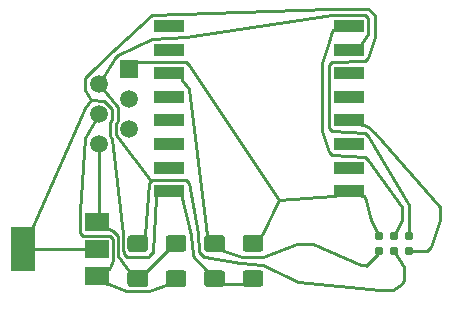
<source format=gbr>
%TF.GenerationSoftware,KiCad,Pcbnew,5.1.6-1*%
%TF.CreationDate,2020-10-25T22:15:29+01:00*%
%TF.ProjectId,meterkast,6d657465-726b-4617-9374-2e6b69636164,rev?*%
%TF.SameCoordinates,Original*%
%TF.FileFunction,Copper,L1,Top*%
%TF.FilePolarity,Positive*%
%FSLAX46Y46*%
G04 Gerber Fmt 4.6, Leading zero omitted, Abs format (unit mm)*
G04 Created by KiCad (PCBNEW 5.1.6-1) date 2020-10-25 22:15:29*
%MOMM*%
%LPD*%
G01*
G04 APERTURE LIST*
%TA.AperFunction,SMDPad,CuDef*%
%ADD10R,2.500000X1.000000*%
%TD*%
%TA.AperFunction,ConnectorPad*%
%ADD11C,0.787400*%
%TD*%
%TA.AperFunction,ComponentPad*%
%ADD12R,1.520000X1.520000*%
%TD*%
%TA.AperFunction,ComponentPad*%
%ADD13C,1.520000*%
%TD*%
%TA.AperFunction,SMDPad,CuDef*%
%ADD14R,2.000000X1.500000*%
%TD*%
%TA.AperFunction,SMDPad,CuDef*%
%ADD15R,2.000000X3.800000*%
%TD*%
%TA.AperFunction,Conductor*%
%ADD16C,0.250000*%
%TD*%
G04 APERTURE END LIST*
%TO.P,C2,2*%
%TO.N,GND*%
%TA.AperFunction,SMDPad,CuDef*%
G36*
G01*
X89875000Y-139775000D02*
X91125000Y-139775000D01*
G75*
G02*
X91375000Y-140025000I0J-250000D01*
G01*
X91375000Y-140950000D01*
G75*
G02*
X91125000Y-141200000I-250000J0D01*
G01*
X89875000Y-141200000D01*
G75*
G02*
X89625000Y-140950000I0J250000D01*
G01*
X89625000Y-140025000D01*
G75*
G02*
X89875000Y-139775000I250000J0D01*
G01*
G37*
%TD.AperFunction*%
%TO.P,C2,1*%
%TO.N,+5V*%
%TA.AperFunction,SMDPad,CuDef*%
G36*
G01*
X89875000Y-136800000D02*
X91125000Y-136800000D01*
G75*
G02*
X91375000Y-137050000I0J-250000D01*
G01*
X91375000Y-137975000D01*
G75*
G02*
X91125000Y-138225000I-250000J0D01*
G01*
X89875000Y-138225000D01*
G75*
G02*
X89625000Y-137975000I0J250000D01*
G01*
X89625000Y-137050000D01*
G75*
G02*
X89875000Y-136800000I250000J0D01*
G01*
G37*
%TD.AperFunction*%
%TD*%
%TO.P,R2,2*%
%TO.N,+3V3*%
%TA.AperFunction,SMDPad,CuDef*%
G36*
G01*
X93125000Y-139787000D02*
X94375000Y-139787000D01*
G75*
G02*
X94625000Y-140037000I0J-250000D01*
G01*
X94625000Y-140962000D01*
G75*
G02*
X94375000Y-141212000I-250000J0D01*
G01*
X93125000Y-141212000D01*
G75*
G02*
X92875000Y-140962000I0J250000D01*
G01*
X92875000Y-140037000D01*
G75*
G02*
X93125000Y-139787000I250000J0D01*
G01*
G37*
%TD.AperFunction*%
%TO.P,R2,1*%
%TO.N,Net-(J2-Pad6)*%
%TA.AperFunction,SMDPad,CuDef*%
G36*
G01*
X93125000Y-136812000D02*
X94375000Y-136812000D01*
G75*
G02*
X94625000Y-137062000I0J-250000D01*
G01*
X94625000Y-137987000D01*
G75*
G02*
X94375000Y-138237000I-250000J0D01*
G01*
X93125000Y-138237000D01*
G75*
G02*
X92875000Y-137987000I0J250000D01*
G01*
X92875000Y-137062000D01*
G75*
G02*
X93125000Y-136812000I250000J0D01*
G01*
G37*
%TD.AperFunction*%
%TD*%
%TO.P,R1,2*%
%TO.N,DATA*%
%TA.AperFunction,SMDPad,CuDef*%
G36*
G01*
X87875000Y-138237000D02*
X86625000Y-138237000D01*
G75*
G02*
X86375000Y-137987000I0J250000D01*
G01*
X86375000Y-137062000D01*
G75*
G02*
X86625000Y-136812000I250000J0D01*
G01*
X87875000Y-136812000D01*
G75*
G02*
X88125000Y-137062000I0J-250000D01*
G01*
X88125000Y-137987000D01*
G75*
G02*
X87875000Y-138237000I-250000J0D01*
G01*
G37*
%TD.AperFunction*%
%TO.P,R1,1*%
%TO.N,+5V*%
%TA.AperFunction,SMDPad,CuDef*%
G36*
G01*
X87875000Y-141212000D02*
X86625000Y-141212000D01*
G75*
G02*
X86375000Y-140962000I0J250000D01*
G01*
X86375000Y-140037000D01*
G75*
G02*
X86625000Y-139787000I250000J0D01*
G01*
X87875000Y-139787000D01*
G75*
G02*
X88125000Y-140037000I0J-250000D01*
G01*
X88125000Y-140962000D01*
G75*
G02*
X87875000Y-141212000I-250000J0D01*
G01*
G37*
%TD.AperFunction*%
%TD*%
D10*
%TO.P,U2,16*%
%TO.N,Net-(J2-Pad3)*%
X105100000Y-119100000D03*
%TO.P,U2,15*%
%TO.N,DATA*%
X105100000Y-121100000D03*
%TO.P,U2,14*%
%TO.N,Net-(U2-Pad14)*%
X105100000Y-123100000D03*
%TO.P,U2,13*%
%TO.N,Net-(U2-Pad13)*%
X105100000Y-125100000D03*
%TO.P,U2,12*%
%TO.N,Net-(J2-Pad2)*%
X105100000Y-127100000D03*
%TO.P,U2,11*%
%TO.N,Net-(U2-Pad11)*%
X105100000Y-129100000D03*
%TO.P,U2,10*%
%TO.N,Net-(U2-Pad10)*%
X105100000Y-131100000D03*
%TO.P,U2,9*%
%TO.N,GND*%
X105100000Y-133100000D03*
%TO.P,U2,8*%
%TO.N,+3V3*%
X89900000Y-133100000D03*
%TO.P,U2,7*%
%TO.N,Net-(U2-Pad7)*%
X89900000Y-131100000D03*
%TO.P,U2,6*%
%TO.N,Net-(U2-Pad6)*%
X89900000Y-129100000D03*
%TO.P,U2,5*%
%TO.N,Net-(U2-Pad5)*%
X89900000Y-127100000D03*
%TO.P,U2,4*%
%TO.N,Net-(U2-Pad4)*%
X89900000Y-125100000D03*
%TO.P,U2,3*%
%TO.N,Net-(J2-Pad6)*%
X89900000Y-123100000D03*
%TO.P,U2,2*%
%TO.N,Net-(U2-Pad2)*%
X89900000Y-121100000D03*
%TO.P,U2,1*%
%TO.N,Net-(U2-Pad1)*%
X89900000Y-119100000D03*
%TD*%
D11*
%TO.P,J2,6*%
%TO.N,Net-(J2-Pad6)*%
X107690000Y-138175000D03*
%TO.P,J2,5*%
%TO.N,GND*%
X107690000Y-136905000D03*
%TO.P,J2,4*%
%TO.N,DATA*%
X108960000Y-138175000D03*
%TO.P,J2,3*%
%TO.N,Net-(J2-Pad3)*%
X108960000Y-136905000D03*
%TO.P,J2,2*%
%TO.N,Net-(J2-Pad2)*%
X110230000Y-138175000D03*
%TO.P,J2,1*%
%TO.N,+3V3*%
X110230000Y-136905000D03*
%TD*%
D12*
%TO.P,J1,1*%
%TO.N,GND*%
X86500000Y-122750000D03*
D13*
%TO.P,J1,2*%
%TO.N,DATA*%
X83960000Y-124020000D03*
%TO.P,J1,3*%
%TO.N,Net-(J1-Pad3)*%
X86500000Y-125290000D03*
%TO.P,J1,4*%
%TO.N,GND*%
X83960000Y-126560000D03*
%TO.P,J1,5*%
%TO.N,+5V*%
X86500000Y-127830000D03*
%TO.P,J1,6*%
X83960000Y-129100000D03*
%TD*%
D14*
%TO.P,U1,1*%
%TO.N,GND*%
X83800000Y-140300000D03*
%TO.P,U1,3*%
%TO.N,+5V*%
X83800000Y-135700000D03*
%TO.P,U1,2*%
%TO.N,+3V3*%
X83800000Y-138000000D03*
D15*
X77500000Y-138000000D03*
%TD*%
%TO.P,C1,2*%
%TO.N,GND*%
%TA.AperFunction,SMDPad,CuDef*%
G36*
G01*
X97625000Y-138225000D02*
X96375000Y-138225000D01*
G75*
G02*
X96125000Y-137975000I0J250000D01*
G01*
X96125000Y-137050000D01*
G75*
G02*
X96375000Y-136800000I250000J0D01*
G01*
X97625000Y-136800000D01*
G75*
G02*
X97875000Y-137050000I0J-250000D01*
G01*
X97875000Y-137975000D01*
G75*
G02*
X97625000Y-138225000I-250000J0D01*
G01*
G37*
%TD.AperFunction*%
%TO.P,C1,1*%
%TO.N,+3V3*%
%TA.AperFunction,SMDPad,CuDef*%
G36*
G01*
X97625000Y-141200000D02*
X96375000Y-141200000D01*
G75*
G02*
X96125000Y-140950000I0J250000D01*
G01*
X96125000Y-140025000D01*
G75*
G02*
X96375000Y-139775000I250000J0D01*
G01*
X97625000Y-139775000D01*
G75*
G02*
X97875000Y-140025000I0J-250000D01*
G01*
X97875000Y-140950000D01*
G75*
G02*
X97625000Y-141200000I-250000J0D01*
G01*
G37*
%TD.AperFunction*%
%TD*%
D16*
%TO.N,GND*%
X83800000Y-140300000D02*
X84675000Y-140925000D01*
X84675000Y-140925000D02*
X84800000Y-140925000D01*
X84800000Y-140925000D02*
X84851800Y-140925000D01*
X84851800Y-140925000D02*
X86289600Y-141574500D01*
X86289600Y-141574500D02*
X86312600Y-141574600D01*
X86312600Y-141574600D02*
X86359300Y-141574700D01*
X86359300Y-141574700D02*
X87725100Y-141574800D01*
X87725100Y-141574800D02*
X88024900Y-141574800D01*
X88024900Y-141574800D02*
X88093500Y-141574800D01*
X88093500Y-141574800D02*
X88140600Y-141574700D01*
X88140600Y-141574700D02*
X88187400Y-141574600D01*
X88187400Y-141574600D02*
X88210400Y-141574500D01*
X88210400Y-141574500D02*
X89633500Y-141014700D01*
X89633500Y-141014700D02*
X90500000Y-140487500D01*
X107690000Y-136905000D02*
X107012000Y-135543900D01*
X107012000Y-135543900D02*
X106475000Y-133548200D01*
X106475000Y-133548200D02*
X106401800Y-133475000D01*
X106401800Y-133475000D02*
X106350000Y-133475000D01*
X106350000Y-133475000D02*
X106225000Y-133475000D01*
X106225000Y-133475000D02*
X105100000Y-133100000D01*
X99207600Y-133797600D02*
X91575100Y-122423900D01*
X91575100Y-122423900D02*
X91326100Y-122174900D01*
X91326100Y-122174900D02*
X87260000Y-122174900D01*
X87260000Y-122174900D02*
X87135000Y-122174900D01*
X87135000Y-122174900D02*
X86500000Y-122750000D01*
X83960000Y-126560000D02*
X82774900Y-128609100D01*
X82774900Y-128609100D02*
X82374900Y-134773900D01*
X82374900Y-134773900D02*
X82374900Y-136148900D01*
X82374900Y-136148900D02*
X82374900Y-136501100D01*
X82374900Y-136501100D02*
X82400000Y-136615700D01*
X82400000Y-136615700D02*
X82634300Y-136850000D01*
X82634300Y-136850000D02*
X83090700Y-136850000D01*
X83090700Y-136850000D02*
X84836500Y-136860000D01*
X84836500Y-136860000D02*
X84937100Y-136919000D01*
X84937100Y-136919000D02*
X85131000Y-137112900D01*
X85131000Y-137112900D02*
X85131000Y-138501900D01*
X85131000Y-138501900D02*
X85132000Y-138546700D01*
X85132000Y-138546700D02*
X85134800Y-138592400D01*
X85134800Y-138592400D02*
X85137100Y-138610400D01*
X85137100Y-138610400D02*
X85137100Y-138889600D01*
X85137100Y-138889600D02*
X84925000Y-139601800D01*
X84925000Y-139601800D02*
X84851800Y-139675000D01*
X84851800Y-139675000D02*
X84800000Y-139675000D01*
X84800000Y-139675000D02*
X84675000Y-139675000D01*
X84675000Y-139675000D02*
X83800000Y-140300000D01*
X97000000Y-137512500D02*
X97730600Y-136823400D01*
X97730600Y-136823400D02*
X99207600Y-133797600D01*
X105100000Y-133100000D02*
X103975000Y-133475000D01*
X103975000Y-133475000D02*
X103850000Y-133475000D01*
X103850000Y-133475000D02*
X103798200Y-133475000D01*
X103798200Y-133475000D02*
X99207600Y-133797600D01*
%TO.N,+3V3*%
X77500000Y-138000000D02*
X78375000Y-138000000D01*
X78375000Y-138000000D02*
X78500000Y-138000000D01*
X78500000Y-138000000D02*
X82800000Y-138000000D01*
X82800000Y-138000000D02*
X82925000Y-138000000D01*
X82925000Y-138000000D02*
X83800000Y-138000000D01*
X89900000Y-133100000D02*
X91025000Y-133475000D01*
X91025000Y-133475000D02*
X91025000Y-133600000D01*
X91025000Y-133600000D02*
X91025000Y-133651800D01*
X91025000Y-133651800D02*
X91797200Y-136830300D01*
X91797200Y-136830300D02*
X91801100Y-136873900D01*
X91801100Y-136873900D02*
X91898800Y-138390900D01*
X91898800Y-138390900D02*
X91900700Y-138412700D01*
X91900700Y-138412700D02*
X91902700Y-138434500D01*
X91902700Y-138434500D02*
X91908300Y-138455600D01*
X91908300Y-138455600D02*
X91914000Y-138476700D01*
X91914000Y-138476700D02*
X91923200Y-138496500D01*
X91923200Y-138496500D02*
X91932500Y-138516400D01*
X91932500Y-138516400D02*
X91945000Y-138534300D01*
X91945000Y-138534300D02*
X91957600Y-138552200D01*
X91957600Y-138552200D02*
X93060300Y-139792500D01*
X93060300Y-139792500D02*
X93060300Y-139795500D01*
X93060300Y-139795500D02*
X93750000Y-140499500D01*
X93750000Y-140499500D02*
X94624000Y-140983800D01*
X94624000Y-140983800D02*
X94635000Y-140983800D01*
X94635000Y-140983800D02*
X96125900Y-140971800D01*
X96125900Y-140971800D02*
X97000000Y-140487500D01*
X83313400Y-125402300D02*
X82774900Y-126069100D01*
X82774900Y-126069100D02*
X78375000Y-136048200D01*
X78375000Y-136048200D02*
X78375000Y-136100000D01*
X78375000Y-136100000D02*
X78375000Y-136225000D01*
X78375000Y-136225000D02*
X77500000Y-138000000D01*
X110230000Y-136905000D02*
X110187000Y-135543900D01*
X110187000Y-135543900D02*
X110187000Y-134228500D01*
X110187000Y-134228500D02*
X106775100Y-128423900D01*
X106775100Y-128423900D02*
X106526100Y-128174900D01*
X106526100Y-128174900D02*
X103673900Y-128025100D01*
X103673900Y-128025100D02*
X103424900Y-127776100D01*
X103424900Y-127776100D02*
X103424900Y-127423900D01*
X103424900Y-127423900D02*
X103424900Y-122423900D01*
X103424900Y-122423900D02*
X103673900Y-122174900D01*
X103673900Y-122174900D02*
X106526100Y-122025100D01*
X106526100Y-122025100D02*
X106775100Y-121776100D01*
X106775100Y-121776100D02*
X107325200Y-120003900D01*
X107325200Y-120003900D02*
X107325200Y-119196100D01*
X107325200Y-119196100D02*
X107325200Y-118196100D01*
X107325200Y-118196100D02*
X106753900Y-117624800D01*
X106753900Y-117624800D02*
X104253900Y-117624800D01*
X104253900Y-117624800D02*
X103446100Y-117624800D01*
X103446100Y-117624800D02*
X88473900Y-118174900D01*
X88473900Y-118174900D02*
X85336100Y-121014800D01*
X85336100Y-121014800D02*
X83469100Y-122834900D01*
X83469100Y-122834900D02*
X82774900Y-123529100D01*
X82774900Y-123529100D02*
X82774900Y-124510900D01*
X82774900Y-124510900D02*
X83313400Y-125402300D01*
X89900000Y-133100000D02*
X88775000Y-133475000D01*
X88775000Y-133475000D02*
X88775000Y-133600000D01*
X88775000Y-133600000D02*
X88775000Y-133651800D01*
X88775000Y-133651800D02*
X88551100Y-138163100D01*
X88551100Y-138163100D02*
X88547200Y-138206700D01*
X88547200Y-138206700D02*
X88535900Y-138248900D01*
X88535900Y-138248900D02*
X88517400Y-138288600D01*
X88517400Y-138288600D02*
X88492300Y-138324400D01*
X88492300Y-138324400D02*
X88243300Y-138573400D01*
X88243300Y-138573400D02*
X88212400Y-138604300D01*
X88212400Y-138604300D02*
X88176600Y-138629400D01*
X88176600Y-138629400D02*
X88136900Y-138647900D01*
X88136900Y-138647900D02*
X88094700Y-138659200D01*
X88094700Y-138659200D02*
X88051100Y-138663100D01*
X88051100Y-138663100D02*
X87698900Y-138663100D01*
X87698900Y-138663100D02*
X86448900Y-138663100D01*
X86448900Y-138663100D02*
X86405300Y-138659200D01*
X86405300Y-138659200D02*
X86363100Y-138647900D01*
X86363100Y-138647900D02*
X86343200Y-138638600D01*
X86343200Y-138638600D02*
X86094200Y-138389600D01*
X86094200Y-138389600D02*
X86087100Y-138375100D01*
X86087100Y-138375100D02*
X86054400Y-138211500D01*
X86054400Y-138211500D02*
X86050100Y-138189800D01*
X86050100Y-138189800D02*
X86045900Y-138168100D01*
X86045900Y-138168100D02*
X86044400Y-138146100D01*
X86044400Y-138146100D02*
X86043000Y-138124100D01*
X86043000Y-138124100D02*
X86043000Y-136735100D01*
X86043000Y-136735100D02*
X85068800Y-128640700D01*
X85068800Y-128640700D02*
X84964600Y-128534600D01*
X84964600Y-128534600D02*
X84917300Y-128420400D01*
X84917300Y-128420400D02*
X84917300Y-127239600D01*
X84917300Y-127239600D02*
X84964600Y-127125400D01*
X84964600Y-127125400D02*
X85068800Y-127019300D01*
X85068800Y-127019300D02*
X85068800Y-126100700D01*
X85068800Y-126100700D02*
X84419300Y-125451200D01*
X84419300Y-125451200D02*
X83313400Y-125402300D01*
%TO.N,+5V*%
X83960000Y-129100000D02*
X83960000Y-134950000D01*
X83960000Y-134950000D02*
X83960000Y-135075000D01*
X83960000Y-135075000D02*
X83800000Y-135700000D01*
X83800000Y-135700000D02*
X84675000Y-136325000D01*
X84675000Y-136325000D02*
X84800000Y-136325000D01*
X84800000Y-136325000D02*
X84851800Y-136325000D01*
X84851800Y-136325000D02*
X85027100Y-136399900D01*
X85027100Y-136399900D02*
X85126000Y-136463000D01*
X85126000Y-136463000D02*
X85587000Y-136924000D01*
X85587000Y-136924000D02*
X85587000Y-138313000D01*
X85587000Y-138313000D02*
X85587900Y-138335200D01*
X85587900Y-138335200D02*
X85588900Y-138357400D01*
X85588900Y-138357400D02*
X85591700Y-138379700D01*
X85591700Y-138379700D02*
X85594600Y-138401900D01*
X85594600Y-138401900D02*
X85599200Y-138419000D01*
X85599200Y-138419000D02*
X85615700Y-138587800D01*
X85615700Y-138587800D02*
X86477300Y-139827800D01*
X86477300Y-139827800D02*
X86481600Y-139832200D01*
X86481600Y-139832200D02*
X87250000Y-140499500D01*
X87250000Y-140499500D02*
X88051700Y-139860200D01*
X88051700Y-139860200D02*
X88058000Y-139853800D01*
X88058000Y-139853800D02*
X89691800Y-138158100D01*
X89691800Y-138158100D02*
X89698200Y-138151700D01*
X89698200Y-138151700D02*
X90500000Y-137512500D01*
%TO.N,DATA*%
X83960000Y-124020000D02*
X85314900Y-121813900D01*
X85314900Y-121813900D02*
X85563900Y-121564900D01*
X85563900Y-121564900D02*
X88473900Y-120174900D01*
X88473900Y-120174900D02*
X91326100Y-120025100D01*
X91326100Y-120025100D02*
X103673900Y-118174900D01*
X103673900Y-118174900D02*
X104026100Y-118174900D01*
X104026100Y-118174900D02*
X106526100Y-118174900D01*
X106526100Y-118174900D02*
X106775100Y-118423900D01*
X106775100Y-118423900D02*
X106775100Y-119423900D01*
X106775100Y-119423900D02*
X106775100Y-119776100D01*
X106775100Y-119776100D02*
X106225000Y-120548200D01*
X106225000Y-120548200D02*
X106225000Y-120600000D01*
X106225000Y-120600000D02*
X106225000Y-120725000D01*
X106225000Y-120725000D02*
X105100000Y-121100000D01*
X108960000Y-138175000D02*
X109805900Y-139479300D01*
X109805900Y-139479300D02*
X109766600Y-140578800D01*
X109766600Y-140578800D02*
X109583400Y-140919100D01*
X109583400Y-140919100D02*
X108876500Y-141416500D01*
X108876500Y-141416500D02*
X108643000Y-141471500D01*
X108643000Y-141471500D02*
X107741800Y-141471500D01*
X107741800Y-141471500D02*
X100826600Y-140814400D01*
X100826600Y-140814400D02*
X97886900Y-139364100D01*
X97886900Y-139364100D02*
X97865800Y-139358400D01*
X97865800Y-139358400D02*
X97844700Y-139352800D01*
X97844700Y-139352800D02*
X97822900Y-139350800D01*
X97822900Y-139350800D02*
X97801100Y-139348900D01*
X97801100Y-139348900D02*
X95971100Y-139201200D01*
X95971100Y-139201200D02*
X95927500Y-139197300D01*
X95927500Y-139197300D02*
X92905300Y-138659200D01*
X92905300Y-138659200D02*
X92863100Y-138647900D01*
X92863100Y-138647900D02*
X92823400Y-138629400D01*
X92823400Y-138629400D02*
X92787600Y-138604300D01*
X92787600Y-138604300D02*
X92538600Y-138355300D01*
X92538600Y-138355300D02*
X92507700Y-138324400D01*
X92507700Y-138324400D02*
X92495100Y-138306500D01*
X92495100Y-138306500D02*
X92482600Y-138288600D01*
X92482600Y-138288600D02*
X92473300Y-138268700D01*
X92473300Y-138268700D02*
X92464100Y-138248900D01*
X92464100Y-138248900D02*
X92458400Y-138227800D01*
X92458400Y-138227800D02*
X92452800Y-138206700D01*
X92452800Y-138206700D02*
X92450800Y-138184900D01*
X92450800Y-138184900D02*
X92448900Y-138163100D01*
X92448900Y-138163100D02*
X92351200Y-136646100D01*
X92351200Y-136646100D02*
X92347300Y-136602500D01*
X92347300Y-136602500D02*
X91575100Y-132423900D01*
X91575100Y-132423900D02*
X91326100Y-132174900D01*
X91326100Y-132174900D02*
X88826100Y-132174900D01*
X88826100Y-132174900D02*
X88473900Y-132174900D01*
X88473900Y-132174900D02*
X88358000Y-132205400D01*
X83960000Y-124020000D02*
X85391200Y-125749300D01*
X85391200Y-125749300D02*
X85495400Y-125855400D01*
X85495400Y-125855400D02*
X85542700Y-125969600D01*
X85542700Y-125969600D02*
X85542700Y-127150400D01*
X85542700Y-127150400D02*
X85495400Y-127264600D01*
X85495400Y-127264600D02*
X85391200Y-127370700D01*
X85391200Y-127370700D02*
X85391200Y-128289300D01*
X85391200Y-128289300D02*
X85495400Y-128395400D01*
X85495400Y-128395400D02*
X88358000Y-132205400D01*
X87250000Y-137524500D02*
X87896800Y-136812900D01*
X87896800Y-136812900D02*
X87896800Y-136799700D01*
X87896800Y-136799700D02*
X88224900Y-132423900D01*
X88224900Y-132423900D02*
X88358000Y-132205400D01*
%TO.N,Net-(J2-Pad6)*%
X93750000Y-137524500D02*
X94551700Y-138163700D01*
X94551700Y-138163700D02*
X94558200Y-138170100D01*
X94558200Y-138170100D02*
X96113100Y-138635900D01*
X96113100Y-138635900D02*
X96155300Y-138647200D01*
X96155300Y-138647200D02*
X96198900Y-138651100D01*
X96198900Y-138651100D02*
X97448900Y-138651100D01*
X97448900Y-138651100D02*
X97801100Y-138651100D01*
X97801100Y-138651100D02*
X97844700Y-138647200D01*
X97844700Y-138647200D02*
X100708800Y-137555100D01*
X100708800Y-137555100D02*
X101112900Y-137560400D01*
X101112900Y-137560400D02*
X102109100Y-137560400D01*
X102109100Y-137560400D02*
X106175900Y-139347100D01*
X106175900Y-139347100D02*
X106570700Y-139347100D01*
X106570700Y-139347100D02*
X106598600Y-139386300D01*
X106598600Y-139386300D02*
X107611400Y-138384400D01*
X107611400Y-138384400D02*
X107690000Y-138175000D01*
X89900000Y-123100000D02*
X91025000Y-123475000D01*
X91025000Y-123475000D02*
X91025000Y-123600000D01*
X91025000Y-123600000D02*
X91025000Y-123651800D01*
X91025000Y-123651800D02*
X91575100Y-124423900D01*
X91575100Y-124423900D02*
X93103200Y-136801700D01*
X93103200Y-136801700D02*
X93103200Y-136812900D01*
X93103200Y-136812900D02*
X93750000Y-137524500D01*
%TO.N,Net-(J2-Pad3)*%
X108960000Y-136905000D02*
X109638000Y-135543900D01*
X109638000Y-135543900D02*
X109638000Y-135402500D01*
X109638000Y-135402500D02*
X109638000Y-134501300D01*
X109638000Y-134501300D02*
X109637900Y-134456000D01*
X109637900Y-134456000D02*
X106775100Y-130423900D01*
X106775100Y-130423900D02*
X106526100Y-130174900D01*
X106526100Y-130174900D02*
X103673900Y-130025100D01*
X103673900Y-130025100D02*
X103424900Y-129776100D01*
X103424900Y-129776100D02*
X102874800Y-128003900D01*
X102874800Y-128003900D02*
X102874800Y-127196100D01*
X102874800Y-127196100D02*
X102874800Y-122196100D01*
X102874800Y-122196100D02*
X103424900Y-120423900D01*
X103424900Y-120423900D02*
X103725000Y-119548200D01*
X103725000Y-119548200D02*
X103798200Y-119475000D01*
X103798200Y-119475000D02*
X103850000Y-119475000D01*
X103850000Y-119475000D02*
X103975000Y-119475000D01*
X103975000Y-119475000D02*
X105100000Y-119100000D01*
%TO.N,Net-(J2-Pad2)*%
X110230000Y-138175000D02*
X111757200Y-138160900D01*
X111757200Y-138160900D02*
X112036300Y-137881800D01*
X112036300Y-137881800D02*
X112120900Y-137797200D01*
X112120900Y-137797200D02*
X112813000Y-135543900D01*
X112813000Y-135543900D02*
X112813000Y-135402500D01*
X112813000Y-135402500D02*
X112813000Y-134501300D01*
X112813000Y-134501300D02*
X112812900Y-134456000D01*
X112812900Y-134456000D02*
X107325200Y-128196100D01*
X107325200Y-128196100D02*
X106753900Y-127624800D01*
X106753900Y-127624800D02*
X106401800Y-127475000D01*
X106401800Y-127475000D02*
X106350000Y-127475000D01*
X106350000Y-127475000D02*
X106225000Y-127475000D01*
X106225000Y-127475000D02*
X105100000Y-127100000D01*
%TD*%
M02*

</source>
